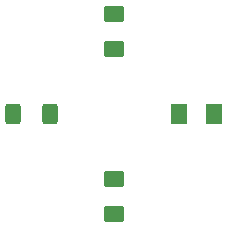
<source format=gbr>
G04 #@! TF.GenerationSoftware,KiCad,Pcbnew,6.0.2+dfsg-1*
G04 #@! TF.CreationDate,2022-10-24T19:59:27+02:00*
G04 #@! TF.ProjectId,triple_diode_or_tile,74726970-6c65-45f6-9469-6f64655f6f72,rev?*
G04 #@! TF.SameCoordinates,Original*
G04 #@! TF.FileFunction,Paste,Top*
G04 #@! TF.FilePolarity,Positive*
%FSLAX46Y46*%
G04 Gerber Fmt 4.6, Leading zero omitted, Abs format (unit mm)*
G04 Created by KiCad (PCBNEW 6.0.2+dfsg-1) date 2022-10-24 19:59:27*
%MOMM*%
%LPD*%
G01*
G04 APERTURE LIST*
G04 Aperture macros list*
%AMRoundRect*
0 Rectangle with rounded corners*
0 $1 Rounding radius*
0 $2 $3 $4 $5 $6 $7 $8 $9 X,Y pos of 4 corners*
0 Add a 4 corners polygon primitive as box body*
4,1,4,$2,$3,$4,$5,$6,$7,$8,$9,$2,$3,0*
0 Add four circle primitives for the rounded corners*
1,1,$1+$1,$2,$3*
1,1,$1+$1,$4,$5*
1,1,$1+$1,$6,$7*
1,1,$1+$1,$8,$9*
0 Add four rect primitives between the rounded corners*
20,1,$1+$1,$2,$3,$4,$5,0*
20,1,$1+$1,$4,$5,$6,$7,0*
20,1,$1+$1,$6,$7,$8,$9,0*
20,1,$1+$1,$8,$9,$2,$3,0*%
G04 Aperture macros list end*
%ADD10RoundRect,0.250000X0.400000X0.625000X-0.400000X0.625000X-0.400000X-0.625000X0.400000X-0.625000X0*%
%ADD11RoundRect,0.250001X0.624999X-0.462499X0.624999X0.462499X-0.624999X0.462499X-0.624999X-0.462499X0*%
%ADD12RoundRect,0.250001X-0.462499X-0.624999X0.462499X-0.624999X0.462499X0.624999X-0.462499X0.624999X0*%
%ADD13RoundRect,0.250001X-0.624999X0.462499X-0.624999X-0.462499X0.624999X-0.462499X0.624999X0.462499X0*%
G04 APERTURE END LIST*
D10*
X146550000Y-82000000D03*
X143450000Y-82000000D03*
D11*
X152000000Y-76487500D03*
X152000000Y-73512500D03*
D12*
X157512500Y-82000000D03*
X160487500Y-82000000D03*
D13*
X152000000Y-87512500D03*
X152000000Y-90487500D03*
M02*

</source>
